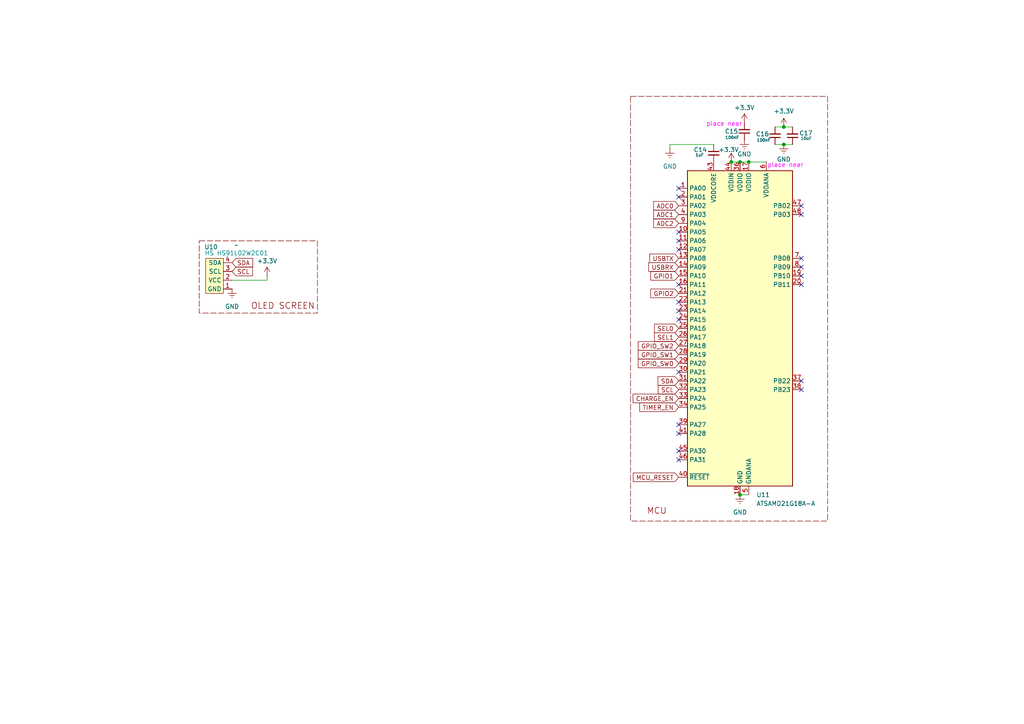
<source format=kicad_sch>
(kicad_sch (version 20250114) (generator "eeschema") (generator_version "9.0")
  (paper "A4")
  (lib_symbols
    (symbol "Components:HS_HS91L02W2C01_OLED_Display"
      (property "Reference" "U" (at -2.032 10.922 0))
      (symbol "HS_HS91L02W2C01_OLED_Display_0_1"
        (rectangle (start -2.54 7.62) (end 2.54 -2.54) (fill (type background)))
      )
      (symbol "HS_HS91L02W2C01_OLED_Display_1_1"
        (text "HS HS91L02W2C01" (at 6.35 9.144 0) (effects (font (size 1.27 1.27))))
        (pin passive line (at 5.08 6.35 180) (length 2.54) (name "SDA") (number "4"))
        (pin passive line (at 5.08 3.81 180) (length 2.54) (name "SCL") (number "3"))
        (pin passive line (at 5.08 1.27 180) (length 2.54) (name "VCC") (number "2"))
        (pin passive line (at 5.08 -1.27 180) (length 2.54) (name "GND") (number "1"))
      )
    )
    (symbol "Device:C_Small" (pin_numbers (hide yes)) (pin_names (offset 0.254) (hide yes))
      (property "Reference" "C" (at 0.254 1.778 0))
      (property "Value" "C_Small" (at 0.254 -2.032 0))
      (symbol "C_Small_0_1"
        (polyline (pts (xy -1.524 0.508) (xy 1.524 0.508)) (stroke (width 0.3048)))
        (polyline (pts (xy -1.524 -0.508) (xy 1.524 -0.508)) (stroke (width 0.3302)))
      )
      (symbol "C_Small_1_1"
        (pin passive line (at 0 2.54 270) (length 2.032) (name "~") (number "1"))
        (pin passive line (at 0 -2.54 90) (length 2.032) (name "~") (number "2"))
      )
    )
    (symbol "MCU_Microchip_SAMD:ATSAMD21G18A-A"
      (property "Reference" "U" (at -13.97 46.99 0))
      (property "Value" "ATSAMD21G18A-A" (at 16.51 46.99 0))
      (symbol "ATSAMD21G18A-A_0_1"
        (rectangle (start -15.24 45.72) (end 15.24 -45.72) (stroke (width 0.254)) (fill (type background)))
      )
      (symbol "ATSAMD21G18A-A_1_1"
        (pin bidirectional line (at -17.78 40.64 0) (length 2.54) (name "PA00") (number "1"))
        (pin bidirectional line (at -17.78 38.1 0) (length 2.54) (name "PA01") (number "2"))
        (pin bidirectional line (at -17.78 35.56 0) (length 2.54) (name "PA02") (number "3"))
        (pin bidirectional line (at -17.78 33.02 0) (length 2.54) (name "PA03") (number "4"))
        (pin bidirectional line (at -17.78 30.48 0) (length 2.54) (name "PA04") (number "9"))
        (pin bidirectional line (at -17.78 27.94 0) (length 2.54) (name "PA05") (number "10"))
        (pin bidirectional line (at -17.78 25.4 0) (length 2.54) (name "PA06") (number "11"))
        (pin bidirectional line (at -17.78 22.86 0) (length 2.54) (name "PA07") (number "12"))
        (pin bidirectional line (at -17.78 20.32 0) (length 2.54) (name "PA08") (number "13"))
        (pin bidirectional line (at -17.78 17.78 0) (length 2.54) (name "PA09") (number "14"))
        (pin bidirectional line (at -17.78 15.24 0) (length 2.54) (name "PA10") (number "15"))
        (pin bidirectional line (at -17.78 12.7 0) (length 2.54) (name "PA11") (number "16"))
        (pin bidirectional line (at -17.78 10.16 0) (length 2.54) (name "PA12") (number "21"))
        (pin bidirectional line (at -17.78 7.62 0) (length 2.54) (name "PA13") (number "22"))
        (pin bidirectional line (at -17.78 5.08 0) (length 2.54) (name "PA14") (number "23"))
        (pin bidirectional line (at -17.78 2.54 0) (length 2.54) (name "PA15") (number "24"))
        (pin bidirectional line (at -17.78 0 0) (length 2.54) (name "PA16") (number "25"))
        (pin bidirectional line (at -17.78 -2.54 0) (length 2.54) (name "PA17") (number "26"))
        (pin bidirectional line (at -17.78 -5.08 0) (length 2.54) (name "PA18") (number "27"))
        (pin bidirectional line (at -17.78 -7.62 0) (length 2.54) (name "PA19") (number "28"))
        (pin bidirectional line (at -17.78 -10.16 0) (length 2.54) (name "PA20") (number "29"))
        (pin bidirectional line (at -17.78 -12.7 0) (length 2.54) (name "PA21") (number "30"))
        (pin bidirectional line (at -17.78 -15.24 0) (length 2.54) (name "PA22") (number "31"))
        (pin bidirectional line (at -17.78 -17.78 0) (length 2.54) (name "PA23") (number "32"))
        (pin bidirectional line (at -17.78 -20.32 0) (length 2.54) (name "PA24") (number "33"))
        (pin bidirectional line (at -17.78 -22.86 0) (length 2.54) (name "PA25") (number "34"))
        (pin bidirectional line (at -17.78 -27.94 0) (length 2.54) (name "PA27") (number "39"))
        (pin bidirectional line (at -17.78 -30.48 0) (length 2.54) (name "PA28") (number "41"))
        (pin bidirectional line (at -17.78 -35.56 0) (length 2.54) (name "PA30") (number "45"))
        (pin bidirectional line (at -17.78 -38.1 0) (length 2.54) (name "PA31") (number "46"))
        (pin input line (at -17.78 -43.18 0) (length 2.54) (name "~{RESET}") (number "40"))
        (pin power_out line (at -7.62 48.26 270) (length 2.54) (name "VDDCORE") (number "43"))
        (pin power_in line (at -2.54 48.26 270) (length 2.54) (name "VDDIN") (number "44"))
        (pin power_in line (at 0 48.26 270) (length 2.54) (name "VDDIO") (number "36"))
        (pin power_in line (at 0 -48.26 90) (length 2.54) (name "GND") (number "18"))
        (pin passive line (at 0 -48.26 90) (length 2.54) (hide yes) (name "GND") (number "35"))
        (pin passive line (at 0 -48.26 90) (length 2.54) (hide yes) (name "GND") (number "42"))
        (pin power_in line (at 2.54 48.26 270) (length 2.54) (name "VDDIO") (number "17"))
        (pin power_in line (at 2.54 -48.26 90) (length 2.54) (name "GNDANA") (number "5"))
        (pin power_in line (at 7.62 48.26 270) (length 2.54) (name "VDDANA") (number "6"))
        (pin bidirectional line (at 17.78 35.56 180) (length 2.54) (name "PB02") (number "47"))
        (pin bidirectional line (at 17.78 33.02 180) (length 2.54) (name "PB03") (number "48"))
        (pin bidirectional line (at 17.78 20.32 180) (length 2.54) (name "PB08") (number "7"))
        (pin bidirectional line (at 17.78 17.78 180) (length 2.54) (name "PB09") (number "8"))
        (pin bidirectional line (at 17.78 15.24 180) (length 2.54) (name "PB10") (number "19"))
        (pin bidirectional line (at 17.78 12.7 180) (length 2.54) (name "PB11") (number "20"))
        (pin bidirectional line (at 17.78 -15.24 180) (length 2.54) (name "PB22") (number "37"))
        (pin bidirectional line (at 17.78 -17.78 180) (length 2.54) (name "PB23") (number "38"))
      )
    )
    (symbol "power:+3.3V" (power) (pin_numbers (hide yes)) (pin_names (offset 0) (hide yes))
      (property "Value" "+3.3V" (at 0 3.556 0))
      (symbol "+3.3V_0_1"
        (polyline (pts (xy -0.762 1.27) (xy 0 2.54)))
        (polyline (pts (xy 0 2.54) (xy 0.762 1.27)))
        (polyline (pts (xy 0 0) (xy 0 2.54)))
      )
      (symbol "+3.3V_1_1"
        (pin power_in line (at 0 0 90) (length 0) (name "~") (number "1"))
      )
    )
    (symbol "power:Earth" (power) (pin_numbers (hide yes)) (pin_names (offset 0) (hide yes))
      (property "Value" "Earth" (at 0 -3.81 0))
      (symbol "Earth_0_1"
        (polyline (pts (xy -0.635 -1.905) (xy 0.635 -1.905)))
        (polyline (pts (xy -0.127 -2.54) (xy 0.127 -2.54)))
        (polyline (pts (xy 0 -1.27) (xy 0 0)))
        (polyline (pts (xy 1.27 -1.27) (xy -1.27 -1.27)))
      )
      (symbol "Earth_1_1"
        (pin power_in line (at 0 0 270) (length 0) (name "~") (number "1"))
      )
    )
  )
  (rectangle (start 57.785 69.85) (end 92.075 90.805) (stroke (width 0) (type dash) (color 132 0 0 1)))
  (rectangle (start 182.88 27.94) (end 240.03 151.13) (stroke (width 0) (type dash) (color 132 0 0 1)))
  (text "place near" (at 227.838 48.006 0) (effects (font (size 1.27 1.27))))
  (text "OLED SCREEN" (at 82.042 88.9 0) (effects (font (size 1.778 1.778))))
  (text "place near" (at 210.058 36.068 0) (effects (font (size 1.27 1.27))))
  (text "MCU" (at 190.5 148.336 0) (effects (font (size 1.778 1.778))))
  (junction (at 212.09 46.99))
  (junction (at 227.33 36.83))
  (junction (at 214.63 143.51))
  (junction (at 227.33 41.91))
  (junction (at 214.63 46.99))
  (junction (at 217.17 46.99))
  (no_connect (at 196.85 123.19))
  (no_connect (at 196.85 57.15))
  (no_connect (at 196.85 67.31))
  (no_connect (at 196.85 133.35))
  (no_connect (at 196.85 130.81))
  (no_connect (at 196.85 107.95))
  (no_connect (at 196.85 90.17))
  (no_connect (at 196.85 72.39))
  (no_connect (at 232.41 80.01))
  (no_connect (at 196.85 69.85))
  (no_connect (at 196.85 125.73))
  (no_connect (at 232.41 77.47))
  (no_connect (at 232.41 110.49))
  (no_connect (at 232.41 59.69))
  (no_connect (at 196.85 82.55))
  (no_connect (at 196.85 87.63))
  (no_connect (at 232.41 62.23))
  (no_connect (at 232.41 74.93))
  (no_connect (at 196.85 54.61))
  (no_connect (at 232.41 82.55))
  (no_connect (at 232.41 113.03))
  (no_connect (at 196.85 92.71))
  (wire (pts (xy 214.63 46.99) (xy 217.17 46.99)))
  (wire (pts (xy 194.31 41.91) (xy 194.31 43.18)))
  (wire (pts (xy 227.33 41.91) (xy 229.87 41.91)))
  (wire (pts (xy 229.87 36.83) (xy 227.33 36.83)))
  (wire (pts (xy 224.79 36.83) (xy 227.33 36.83)))
  (wire (pts (xy 217.17 46.99) (xy 222.25 46.99)))
  (wire (pts (xy 224.79 41.91) (xy 227.33 41.91)))
  (wire (pts (xy 207.01 41.91) (xy 194.31 41.91)))
  (wire (pts (xy 67.31 81.28) (xy 77.47 81.28)))
  (wire (pts (xy 212.09 46.99) (xy 214.63 46.99)))
  (wire (pts (xy 77.47 80.01) (xy 77.47 81.28)))
  (wire (pts (xy 214.63 143.51) (xy 217.17 143.51)))
  (global_label "TIMER_EN" (shape input) (at 196.85 118.11 180) (property "Intersheetrefs" "${INTERSHEET_REFS}" (effects (hide yes))))
  (global_label "ADC2" (shape input) (at 196.85 64.77 180) (property "Intersheetrefs" "${INTERSHEET_REFS}" (effects (hide yes))))
  (global_label "GPIO_SW0" (shape input) (at 196.85 105.41 180) (property "Intersheetrefs" "${INTERSHEET_REFS}" (effects (hide yes))))
  (global_label "GPIO_SW1" (shape input) (at 196.85 102.87 180) (property "Intersheetrefs" "${INTERSHEET_REFS}" (effects (hide yes))))
  (global_label "SCL" (shape input) (at 196.85 113.03 180) (property "Intersheetrefs" "${INTERSHEET_REFS}" (effects (hide yes))))
  (global_label "ADC1" (shape input) (at 196.85 62.23 180) (property "Intersheetrefs" "${INTERSHEET_REFS}" (effects (hide yes))))
  (global_label "SEL0" (shape input) (at 196.85 95.25 180) (property "Intersheetrefs" "${INTERSHEET_REFS}" (effects (hide yes))))
  (global_label "MCU_RESET" (shape input) (at 196.85 138.43 180) (property "Intersheetrefs" "${INTERSHEET_REFS}" (effects (hide yes))))
  (global_label "USBRX" (shape input) (at 196.85 77.47 180) (property "Intersheetrefs" "${INTERSHEET_REFS}" (effects (hide yes))))
  (global_label "GPIO1" (shape input) (at 196.85 80.01 180) (property "Intersheetrefs" "${INTERSHEET_REFS}" (effects (hide yes))))
  (global_label "SEL1" (shape input) (at 196.85 97.79 180) (property "Intersheetrefs" "${INTERSHEET_REFS}" (effects (hide yes))))
  (global_label "SDA" (shape input) (at 67.31 76.2 0) (property "Intersheetrefs" "${INTERSHEET_REFS}" (effects (hide yes))))
  (global_label "USBTX" (shape input) (at 196.85 74.93 180) (property "Intersheetrefs" "${INTERSHEET_REFS}" (effects (hide yes))))
  (global_label "ADC0" (shape input) (at 196.85 59.69 180) (property "Intersheetrefs" "${INTERSHEET_REFS}" (effects (hide yes))))
  (global_label "GPIO2" (shape input) (at 196.85 85.09 180) (property "Intersheetrefs" "${INTERSHEET_REFS}" (effects (hide yes))))
  (global_label "CHARGE_EN" (shape input) (at 196.85 115.57 180) (property "Intersheetrefs" "${INTERSHEET_REFS}" (effects (hide yes))))
  (global_label "SCL" (shape input) (at 67.31 78.74 0) (property "Intersheetrefs" "${INTERSHEET_REFS}" (effects (hide yes))))
  (global_label "SDA" (shape input) (at 196.85 110.49 180) (property "Intersheetrefs" "${INTERSHEET_REFS}" (effects (hide yes))))
  (global_label "GPIO_SW2" (shape input) (at 196.85 100.33 180) (property "Intersheetrefs" "${INTERSHEET_REFS}" (effects (hide yes))))
  (symbol (lib_id "power:Earth") (at 67.31 83.82 0) (unit 1)
    (property "Reference" "#PWR051" (effects (hide yes)))
    (property "Value" "GND" (at 67.31 88.9 0))
    (property "Description" "Power symbol creates a global label with name \"Earth\"" (effects (hide yes)))
  )
  (symbol (lib_id "Device:C_Small") (at 224.79 39.37 180) (unit 1)
    (property "Reference" "C16" (at 219.202 38.862 0) (effects (justify right)))
    (property "Value" "100nF" (at 219.456 40.64 0) (effects (font (size 0.8467 0.8467)) (justify right)))
    (property "Footprint" "Capacitor_SMD:C_0402_1005Metric" (effects (hide yes)))
    (property "Datasheet" "https://www.lcsc.com/datasheet/lcsc_datasheet_2405231405_HRE-CGA0402X7R104K6R3GT_C22435938.pdf" (effects (hide yes)))
    (property "Description" "Unpolarized capacitor, small symbol" (effects (hide yes)))
    (property "LCSC#" "C22435935" (effects (hide yes)))
  )
  (symbol (lib_id "Components:HS_HS91L02W2C01_OLED_Display") (at 62.23 82.55 0) (unit 1)
    (property "Reference" "U10" (at 61.214 71.628 0))
    (property "Value" "~" (at 68.58 71.12 0))
    (property "Footprint" "footprints:HS HS91L02W2C01_OLED" (effects (hide yes)))
    (property "Datasheet" "https://www.lcsc.com/datasheet/lcsc_datasheet_2410121936_HS-HS91L02W2C01_C5248081.pdf" (effects (hide yes)))
    (property "LCSC#" "C5248081" (effects (hide yes)))
  )
  (symbol (lib_id "power:+3.3V") (at 212.09 46.99 0) (unit 1)
    (property "Reference" "#PWR054" (effects (hide yes)))
    (property "Value" "+3.3V" (at 211.328 43.434 0))
    (property "Description" "Power symbol creates a global label with name \"+3.3V\"" (effects (hide yes)))
  )
  (symbol (lib_id "Device:C_Small") (at 215.9 38.1 0) (mirror x) (unit 1)
    (property "Reference" "C15" (at 214.122 38.1 0) (effects (justify right)))
    (property "Value" "100nF" (at 214.376 39.878 0) (effects (font (size 0.8467 0.8467)) (justify right)))
    (property "Footprint" "Capacitor_SMD:C_0402_1005Metric" (effects (hide yes)))
    (property "Datasheet" "https://www.lcsc.com/datasheet/lcsc_datasheet_2405231405_HRE-CGA0402X7R104K6R3GT_C22435938.pdf" (effects (hide yes)))
    (property "Description" "Unpolarized capacitor, small symbol" (effects (hide yes)))
    (property "LCSC#" "C22435935" (effects (hide yes)))
  )
  (symbol (lib_id "power:Earth") (at 227.33 41.91 0) (unit 1)
    (property "Reference" "#PWR059" (effects (hide yes)))
    (property "Value" "GND" (at 227.33 46.228 0))
    (property "Description" "Power symbol creates a global label with name \"Earth\"" (effects (hide yes)))
  )
  (symbol (lib_id "Device:C_Small") (at 207.01 44.45 0) (mirror y) (unit 1)
    (property "Reference" "C14" (at 201.168 43.434 0) (effects (justify right)))
    (property "Value" "1uF" (at 201.676 44.958 0) (effects (font (size 0.8467 0.8467)) (justify right)))
    (property "Footprint" "Capacitor_SMD:C_0402_1005Metric" (effects (hide yes)))
    (property "Datasheet" "https://www.lcsc.com/datasheet/lcsc_datasheet_2304140030_Samsung-Electro-Mechanics-CL05A105KP5NNNC_C14445.pdf" (effects (hide yes)))
    (property "Description" "Unpolarized capacitor, small symbol" (effects (hide yes)))
    (property "LCSC#" "C14445" (effects (hide yes)))
  )
  (symbol (lib_id "power:Earth") (at 214.63 143.51 0) (unit 1)
    (property "Reference" "#PWR055" (effects (hide yes)))
    (property "Value" "GND" (at 214.63 148.59 0))
    (property "Description" "Power symbol creates a global label with name \"Earth\"" (effects (hide yes)))
  )
  (symbol (lib_id "power:+3.3V") (at 77.47 80.01 0) (unit 1)
    (property "Reference" "#PWR052" (effects (hide yes)))
    (property "Value" "+3.3V" (at 77.47 75.692 0))
    (property "Description" "Power symbol creates a global label with name \"+3.3V\"" (effects (hide yes)))
  )
  (symbol (lib_id "power:Earth") (at 194.31 43.18 0) (unit 1)
    (property "Reference" "#PWR053" (effects (hide yes)))
    (property "Value" "GND" (at 194.31 48.26 0))
    (property "Description" "Power symbol creates a global label with name \"Earth\"" (effects (hide yes)))
  )
  (symbol (lib_id "power:+3.3V") (at 215.9 35.56 0) (unit 1)
    (property "Reference" "#PWR056" (effects (hide yes)))
    (property "Value" "+3.3V" (at 215.9 31.242 0))
    (property "Description" "Power symbol creates a global label with name \"+3.3V\"" (effects (hide yes)))
  )
  (symbol (lib_id "power:Earth") (at 215.9 40.64 0) (unit 1)
    (property "Reference" "#PWR057" (effects (hide yes)))
    (property "Value" "GND" (at 215.9 44.704 0))
    (property "Description" "Power symbol creates a global label with name \"Earth\"" (effects (hide yes)))
  )
  (symbol (lib_id "power:+3.3V") (at 227.33 36.83 0) (unit 1)
    (property "Reference" "#PWR058" (effects (hide yes)))
    (property "Value" "+3.3V" (at 227.33 32.258 0))
    (property "Description" "Power symbol creates a global label with name \"+3.3V\"" (effects (hide yes)))
  )
  (symbol (lib_id "Device:C_Small") (at 229.87 39.37 0) (mirror x) (unit 1)
    (property "Reference" "C17" (at 235.712 38.608 0) (effects (justify right)))
    (property "Value" "10uF" (at 235.458 40.132 0) (effects (font (size 0.8467 0.8467)) (justify right)))
    (property "Footprint" "Capacitor_SMD:C_0603_1608Metric" (effects (hide yes)))
    (property "Datasheet" "https://www.lcsc.com/datasheet/lcsc_datasheet_2304140030_Samsung-Electro-Mechanics-CL10A106KP8NNNC_C19702.pdf" (effects (hide yes)))
    (property "Description" "Unpolarized capacitor, small symbol" (effects (hide yes)))
    (property "LCSC#" "C19702" (effects (hide yes)))
  )
  (symbol (lib_id "MCU_Microchip_SAMD:ATSAMD21G18A-A") (at 214.63 95.25 0) (unit 1)
    (property "Reference" "U11" (at 219.3641 143.51 0) (effects (justify left)))
    (property "Value" "ATSAMD21G18A-A" (at 219.3641 146.05 0) (effects (justify left)))
    (property "Footprint" "Package_QFP:TQFP-48_7x7mm_P0.5mm" (effects (hide yes)))
    (property "Datasheet" "http://ww1.microchip.com/downloads/en/DeviceDoc/SAM_D21_DA1_Family_Data%20Sheet_DS40001882E.pdf" (effects (hide yes)))
    (property "Description" "SAM D21 Microchip SMART ARM-based Flash MCU, 48Mhz, 256K Flash, 32K SRAM, TQFP-48" (effects (hide yes)))
    (property "LCSC#" "C78624" (effects (hide yes)))
  )
)
</source>
